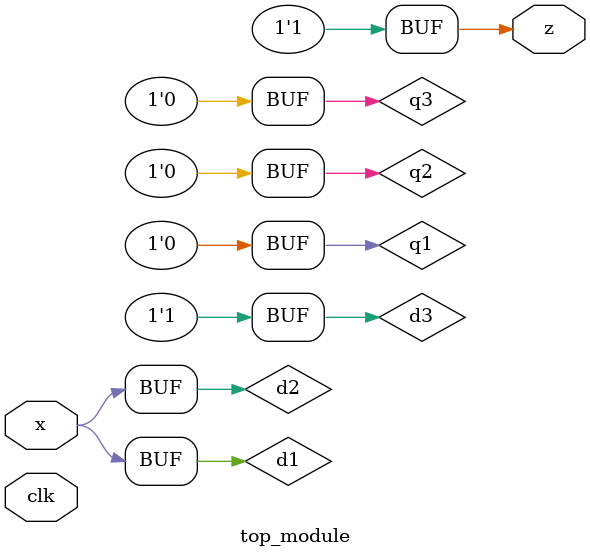
<source format=v>
module my_dff(
    input  clk,
    input  d,
    output q
);
    always @(posedge clk)
        q <= d;
endmodule

module top_module (
    input clk,
    input x,
    output z
);
    wire q1, q2, q3;
    wire d1 = q1 ^ x, d2 = ~q2 & x, d3 = ~q3 | x;
    my_dff dff1(.clk(clk), .d(d1), .q(q1));
    my_dff dff2(.clk(clk), .d(d2), .q(q2));
    my_dff dff3(.clk(clk), .d(d3), .q(q3));

    assign z = ~(q1 | q2 | q3);

    initial begin
    	q1 = 0;
        q2 = 0;
        q3 = 0;
    end
endmodule

// Or even simpler:
//
// module top_module (
//     input clk,
//     input x,
//     output z
// );
//     wire q1, q2, q3;
//
//     initial begin
//     	   q1 = 0;
//         q2 = 0;
//         q3 = 0;
//     end
//
//     always @(posedge clk) begin
//     	   q1 =  q1 ^ x;
//         q2 = ~q2 & x;
//         q3 = ~q3 | x;
//     end
//
//     assign z = ~(q1 | q2 | q3);
// endmodule

</source>
